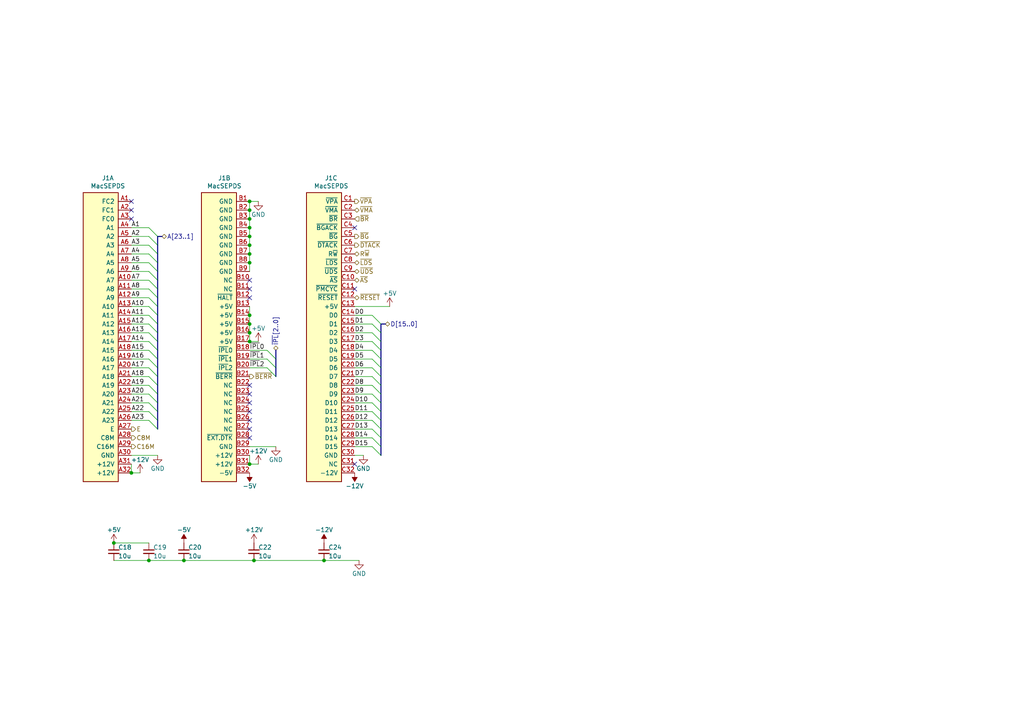
<source format=kicad_sch>
(kicad_sch (version 20211123) (generator eeschema)
  (paper "A4")
  (lib_symbols
    (symbol "Device:C_Small" (pin_numbers hide) (pin_names (offset 0.254) hide)
      (property "Reference" "C" (at 0.254 1.778 0))
      (property "Value" "C_Small" (at 0.254 -2.032 0))
      (symbol "C_Small_0_1"
        (polyline (pts (xy -1.524 -0.508) (xy 1.524 -0.508)) (stroke (width 0.3302)))
        (polyline (pts (xy -1.524 0.508) (xy 1.524 0.508)) (stroke (width 0.3048)))
      )
      (symbol "C_Small_1_1"
        (pin passive line (at 0 2.54 270) (length 2.032) (name "~") (number "1"))
        (pin passive line (at 0 -2.54 90) (length 2.032) (name "~") (number "2"))
      )
    )
    (symbol "GW_Connector:MacSEPDS" (pin_names (offset 1.016))
      (property "Reference" "J" (at 0 45.72 0))
      (property "Value" "MacSEPDS" (at 0 -40.64 0))
      (symbol "MacSEPDS_0_1"
        (rectangle (start 0 44.45) (end -10.16 -39.37) (stroke (width 0.254)) (fill (type background)))
      )
      (symbol "MacSEPDS_1_1"
        (pin unspecified line (at 3.81 41.91 180) (length 3.81) (name "FC2") (number "A1"))
        (pin unspecified line (at 3.81 19.05 180) (length 3.81) (name "A7") (number "A10"))
        (pin unspecified line (at 3.81 16.51 180) (length 3.81) (name "A8") (number "A11"))
        (pin unspecified line (at 3.81 13.97 180) (length 3.81) (name "A9") (number "A12"))
        (pin unspecified line (at 3.81 11.43 180) (length 3.81) (name "A10") (number "A13"))
        (pin unspecified line (at 3.81 8.89 180) (length 3.81) (name "A11") (number "A14"))
        (pin unspecified line (at 3.81 6.35 180) (length 3.81) (name "A12") (number "A15"))
        (pin unspecified line (at 3.81 3.81 180) (length 3.81) (name "A13") (number "A16"))
        (pin unspecified line (at 3.81 1.27 180) (length 3.81) (name "A14") (number "A17"))
        (pin unspecified line (at 3.81 -1.27 180) (length 3.81) (name "A15") (number "A18"))
        (pin unspecified line (at 3.81 -3.81 180) (length 3.81) (name "A16") (number "A19"))
        (pin unspecified line (at 3.81 39.37 180) (length 3.81) (name "FC1") (number "A2"))
        (pin unspecified line (at 3.81 -6.35 180) (length 3.81) (name "A17") (number "A20"))
        (pin unspecified line (at 3.81 -8.89 180) (length 3.81) (name "A18") (number "A21"))
        (pin unspecified line (at 3.81 -11.43 180) (length 3.81) (name "A19") (number "A22"))
        (pin unspecified line (at 3.81 -13.97 180) (length 3.81) (name "A20") (number "A23"))
        (pin unspecified line (at 3.81 -16.51 180) (length 3.81) (name "A21") (number "A24"))
        (pin unspecified line (at 3.81 -19.05 180) (length 3.81) (name "A22") (number "A25"))
        (pin unspecified line (at 3.81 -21.59 180) (length 3.81) (name "A23") (number "A26"))
        (pin unspecified line (at 3.81 -24.13 180) (length 3.81) (name "E") (number "A27"))
        (pin unspecified line (at 3.81 -26.67 180) (length 3.81) (name "C8M") (number "A28"))
        (pin unspecified line (at 3.81 -29.21 180) (length 3.81) (name "C16M") (number "A29"))
        (pin unspecified line (at 3.81 36.83 180) (length 3.81) (name "FC0") (number "A3"))
        (pin unspecified line (at 3.81 -31.75 180) (length 3.81) (name "GND") (number "A30"))
        (pin unspecified line (at 3.81 -34.29 180) (length 3.81) (name "+12V") (number "A31"))
        (pin unspecified line (at 3.81 -36.83 180) (length 3.81) (name "+12V") (number "A32"))
        (pin unspecified line (at 3.81 34.29 180) (length 3.81) (name "A1") (number "A4"))
        (pin unspecified line (at 3.81 31.75 180) (length 3.81) (name "A2") (number "A5"))
        (pin unspecified line (at 3.81 29.21 180) (length 3.81) (name "A3") (number "A6"))
        (pin unspecified line (at 3.81 26.67 180) (length 3.81) (name "A4") (number "A7"))
        (pin unspecified line (at 3.81 24.13 180) (length 3.81) (name "A5") (number "A8"))
        (pin unspecified line (at 3.81 21.59 180) (length 3.81) (name "A6") (number "A9"))
      )
      (symbol "MacSEPDS_2_1"
        (pin unspecified line (at 3.81 41.91 180) (length 3.81) (name "GND") (number "B1"))
        (pin unspecified line (at 3.81 19.05 180) (length 3.81) (name "NC") (number "B10"))
        (pin unspecified line (at 3.81 16.51 180) (length 3.81) (name "NC") (number "B11"))
        (pin unspecified line (at 3.81 13.97 180) (length 3.81) (name "~{HALT}") (number "B12"))
        (pin unspecified line (at 3.81 11.43 180) (length 3.81) (name "+5V") (number "B13"))
        (pin unspecified line (at 3.81 8.89 180) (length 3.81) (name "+5V") (number "B14"))
        (pin unspecified line (at 3.81 6.35 180) (length 3.81) (name "+5V") (number "B15"))
        (pin unspecified line (at 3.81 3.81 180) (length 3.81) (name "+5V") (number "B16"))
        (pin unspecified line (at 3.81 1.27 180) (length 3.81) (name "+5V") (number "B17"))
        (pin unspecified line (at 3.81 -1.27 180) (length 3.81) (name "~{IPL}0") (number "B18"))
        (pin unspecified line (at 3.81 -3.81 180) (length 3.81) (name "~{IPL}1") (number "B19"))
        (pin unspecified line (at 3.81 39.37 180) (length 3.81) (name "GND") (number "B2"))
        (pin unspecified line (at 3.81 -6.35 180) (length 3.81) (name "~{IPL}2") (number "B20"))
        (pin unspecified line (at 3.81 -8.89 180) (length 3.81) (name "~{BERR}") (number "B21"))
        (pin unspecified line (at 3.81 -11.43 180) (length 3.81) (name "NC") (number "B22"))
        (pin unspecified line (at 3.81 -13.97 180) (length 3.81) (name "NC") (number "B23"))
        (pin unspecified line (at 3.81 -16.51 180) (length 3.81) (name "NC") (number "B24"))
        (pin unspecified line (at 3.81 -19.05 180) (length 3.81) (name "NC") (number "B25"))
        (pin unspecified line (at 3.81 -21.59 180) (length 3.81) (name "NC") (number "B26"))
        (pin unspecified line (at 3.81 -24.13 180) (length 3.81) (name "NC") (number "B27"))
        (pin unspecified line (at 3.81 -26.67 180) (length 3.81) (name "~{EXT.DTK}") (number "B28"))
        (pin unspecified line (at 3.81 -29.21 180) (length 3.81) (name "GND") (number "B29"))
        (pin unspecified line (at 3.81 36.83 180) (length 3.81) (name "GND") (number "B3"))
        (pin unspecified line (at 3.81 -31.75 180) (length 3.81) (name "+12V") (number "B30"))
        (pin unspecified line (at 3.81 -34.29 180) (length 3.81) (name "+12V") (number "B31"))
        (pin unspecified line (at 3.81 -36.83 180) (length 3.81) (name "-5V") (number "B32"))
        (pin unspecified line (at 3.81 34.29 180) (length 3.81) (name "GND") (number "B4"))
        (pin unspecified line (at 3.81 31.75 180) (length 3.81) (name "GND") (number "B5"))
        (pin unspecified line (at 3.81 29.21 180) (length 3.81) (name "GND") (number "B6"))
        (pin unspecified line (at 3.81 26.67 180) (length 3.81) (name "GND") (number "B7"))
        (pin unspecified line (at 3.81 24.13 180) (length 3.81) (name "GND") (number "B8"))
        (pin unspecified line (at 3.81 21.59 180) (length 3.81) (name "GND") (number "B9"))
      )
      (symbol "MacSEPDS_3_1"
        (pin unspecified line (at 3.81 41.91 180) (length 3.81) (name "~{VPA}") (number "C1"))
        (pin unspecified line (at 3.81 19.05 180) (length 3.81) (name "~{AS}") (number "C10"))
        (pin unspecified line (at 3.81 16.51 180) (length 3.81) (name "~{PMCYC}") (number "C11"))
        (pin unspecified line (at 3.81 13.97 180) (length 3.81) (name "~{RESET}") (number "C12"))
        (pin unspecified line (at 3.81 11.43 180) (length 3.81) (name "+5V") (number "C13"))
        (pin unspecified line (at 3.81 8.89 180) (length 3.81) (name "D0") (number "C14"))
        (pin unspecified line (at 3.81 6.35 180) (length 3.81) (name "D1") (number "C15"))
        (pin unspecified line (at 3.81 3.81 180) (length 3.81) (name "D2") (number "C16"))
        (pin unspecified line (at 3.81 1.27 180) (length 3.81) (name "D3") (number "C17"))
        (pin unspecified line (at 3.81 -1.27 180) (length 3.81) (name "D4") (number "C18"))
        (pin unspecified line (at 3.81 -3.81 180) (length 3.81) (name "D5") (number "C19"))
        (pin unspecified line (at 3.81 39.37 180) (length 3.81) (name "~{VMA}") (number "C2"))
        (pin unspecified line (at 3.81 -6.35 180) (length 3.81) (name "D6") (number "C20"))
        (pin unspecified line (at 3.81 -8.89 180) (length 3.81) (name "D7") (number "C21"))
        (pin unspecified line (at 3.81 -11.43 180) (length 3.81) (name "D8") (number "C22"))
        (pin unspecified line (at 3.81 -13.97 180) (length 3.81) (name "D9") (number "C23"))
        (pin unspecified line (at 3.81 -16.51 180) (length 3.81) (name "D10") (number "C24"))
        (pin unspecified line (at 3.81 -19.05 180) (length 3.81) (name "D11") (number "C25"))
        (pin unspecified line (at 3.81 -21.59 180) (length 3.81) (name "D12") (number "C26"))
        (pin unspecified line (at 3.81 -24.13 180) (length 3.81) (name "D13") (number "C27"))
        (pin unspecified line (at 3.81 -26.67 180) (length 3.81) (name "D14") (number "C28"))
        (pin unspecified line (at 3.81 -29.21 180) (length 3.81) (name "D15") (number "C29"))
        (pin unspecified line (at 3.81 36.83 180) (length 3.81) (name "~{BR}") (number "C3"))
        (pin unspecified line (at 3.81 -31.75 180) (length 3.81) (name "GND") (number "C30"))
        (pin unspecified line (at 3.81 -34.29 180) (length 3.81) (name "NC") (number "C31"))
        (pin unspecified line (at 3.81 -36.83 180) (length 3.81) (name "-12V") (number "C32"))
        (pin unspecified line (at 3.81 34.29 180) (length 3.81) (name "~{BGACK}") (number "C4"))
        (pin unspecified line (at 3.81 31.75 180) (length 3.81) (name "~{BG}") (number "C5"))
        (pin unspecified line (at 3.81 29.21 180) (length 3.81) (name "~{DTACK}") (number "C6"))
        (pin unspecified line (at 3.81 26.67 180) (length 3.81) (name "R~{W}") (number "C7"))
        (pin unspecified line (at 3.81 24.13 180) (length 3.81) (name "~{LDS}") (number "C8"))
        (pin unspecified line (at 3.81 21.59 180) (length 3.81) (name "~{UDS}") (number "C9"))
      )
    )
    (symbol "power:+12V" (power) (pin_names (offset 0))
      (property "Value" "+12V" (at 0 3.556 0))
      (symbol "+12V_0_1"
        (polyline (pts (xy -0.762 1.27) (xy 0 2.54)))
        (polyline (pts (xy 0 0) (xy 0 2.54)))
        (polyline (pts (xy 0 2.54) (xy 0.762 1.27)))
      )
      (symbol "+12V_1_1"
        (pin power_in line (at 0 0 90) (length 0) hide (name "+12V") (number "1"))
      )
    )
    (symbol "power:+5V" (power) (pin_names (offset 0))
      (property "Value" "+5V" (at 0 3.556 0))
      (symbol "+5V_0_1"
        (polyline (pts (xy -0.762 1.27) (xy 0 2.54)))
        (polyline (pts (xy 0 0) (xy 0 2.54)))
        (polyline (pts (xy 0 2.54) (xy 0.762 1.27)))
      )
      (symbol "+5V_1_1"
        (pin power_in line (at 0 0 90) (length 0) hide (name "+5V") (number "1"))
      )
    )
    (symbol "power:-12V" (power) (pin_names (offset 0))
      (property "Value" "-12V" (at 0 3.81 0))
      (symbol "-12V_0_0"
        (pin power_in line (at 0 0 90) (length 0) hide (name "-12V") (number "1"))
      )
      (symbol "-12V_0_1"
        (polyline (pts (xy 0 0) (xy 0 1.27) (xy 0.762 1.27) (xy 0 2.54) (xy -0.762 1.27) (xy 0 1.27)) (fill (type outline)))
      )
    )
    (symbol "power:-5V" (power) (pin_names (offset 0))
      (property "Value" "-5V" (at 0 3.81 0))
      (symbol "-5V_0_0"
        (pin power_in line (at 0 0 90) (length 0) hide (name "-5V") (number "1"))
      )
      (symbol "-5V_0_1"
        (polyline (pts (xy 0 0) (xy 0 1.27) (xy 0.762 1.27) (xy 0 2.54) (xy -0.762 1.27) (xy 0 1.27)) (fill (type outline)))
      )
    )
    (symbol "power:GND" (power) (pin_names (offset 0))
      (property "Value" "GND" (at 0 -3.81 0))
      (symbol "GND_0_1"
        (polyline (pts (xy 0 0) (xy 0 -1.27) (xy 1.27 -1.27) (xy 0 -2.54) (xy -1.27 -1.27) (xy 0 -1.27)))
      )
      (symbol "GND_1_1"
        (pin power_in line (at 0 0 270) (length 0) hide (name "GND") (number "1"))
      )
    )
  )
  (junction (at 72.39 91.44))
  (junction (at 72.39 58.42))
  (junction (at 72.39 60.96))
  (junction (at 72.39 68.58))
  (junction (at 33.02 157.48))
  (junction (at 72.39 99.06))
  (junction (at 72.39 134.62))
  (junction (at 72.39 93.98))
  (junction (at 93.98 162.56))
  (junction (at 72.39 66.04))
  (junction (at 38.1 137.16))
  (junction (at 73.66 162.56))
  (junction (at 43.18 162.56))
  (junction (at 72.39 63.5))
  (junction (at 53.34 162.56))
  (junction (at 72.39 71.12))
  (junction (at 72.39 73.66))
  (junction (at 72.39 96.52))
  (junction (at 72.39 76.2))
  (no_connect (at 72.39 83.82))
  (no_connect (at 102.87 66.04))
  (no_connect (at 72.39 81.28))
  (no_connect (at 72.39 121.92))
  (no_connect (at 72.39 116.84))
  (no_connect (at 38.1 60.96))
  (no_connect (at 72.39 119.38))
  (no_connect (at 38.1 63.5))
  (no_connect (at 72.39 86.36))
  (no_connect (at 72.39 124.46))
  (no_connect (at 38.1 58.42))
  (no_connect (at 102.87 134.62))
  (no_connect (at 72.39 127))
  (no_connect (at 72.39 111.76))
  (no_connect (at 72.39 114.3))
  (no_connect (at 102.87 83.82))
  (bus_entry (at 43.18 73.66) (size 2.54 2.54))
  (bus_entry (at 77.47 101.6) (size 2.54 2.54))
  (bus_entry (at 107.95 121.92) (size 2.54 2.54))
  (bus_entry (at 77.47 104.14) (size 2.54 2.54))
  (bus_entry (at 107.95 91.44) (size 2.54 2.54))
  (bus_entry (at 107.95 119.38) (size 2.54 2.54))
  (bus_entry (at 107.95 114.3) (size 2.54 2.54))
  (bus_entry (at 43.18 68.58) (size 2.54 2.54))
  (bus_entry (at 43.18 99.06) (size 2.54 2.54))
  (bus_entry (at 107.95 111.76) (size 2.54 2.54))
  (bus_entry (at 107.95 129.54) (size 2.54 2.54))
  (bus_entry (at 43.18 76.2) (size 2.54 2.54))
  (bus_entry (at 43.18 111.76) (size 2.54 2.54))
  (bus_entry (at 43.18 83.82) (size 2.54 2.54))
  (bus_entry (at 43.18 121.92) (size 2.54 2.54))
  (bus_entry (at 107.95 127) (size 2.54 2.54))
  (bus_entry (at 43.18 78.74) (size 2.54 2.54))
  (bus_entry (at 43.18 66.04) (size 2.54 2.54))
  (bus_entry (at 43.18 91.44) (size 2.54 2.54))
  (bus_entry (at 107.95 101.6) (size 2.54 2.54))
  (bus_entry (at 43.18 114.3) (size 2.54 2.54))
  (bus_entry (at 43.18 81.28) (size 2.54 2.54))
  (bus_entry (at 43.18 71.12) (size 2.54 2.54))
  (bus_entry (at 107.95 99.06) (size 2.54 2.54))
  (bus_entry (at 107.95 93.98) (size 2.54 2.54))
  (bus_entry (at 43.18 116.84) (size 2.54 2.54))
  (bus_entry (at 107.95 106.68) (size 2.54 2.54))
  (bus_entry (at 43.18 101.6) (size 2.54 2.54))
  (bus_entry (at 43.18 104.14) (size 2.54 2.54))
  (bus_entry (at 43.18 109.22) (size 2.54 2.54))
  (bus_entry (at 107.95 96.52) (size 2.54 2.54))
  (bus_entry (at 43.18 93.98) (size 2.54 2.54))
  (bus_entry (at 107.95 109.22) (size 2.54 2.54))
  (bus_entry (at 107.95 124.46) (size 2.54 2.54))
  (bus_entry (at 43.18 86.36) (size 2.54 2.54))
  (bus_entry (at 107.95 116.84) (size 2.54 2.54))
  (bus_entry (at 77.47 106.68) (size 2.54 2.54))
  (bus_entry (at 43.18 96.52) (size 2.54 2.54))
  (bus_entry (at 107.95 104.14) (size 2.54 2.54))
  (bus_entry (at 43.18 119.38) (size 2.54 2.54))
  (bus_entry (at 43.18 106.68) (size 2.54 2.54))
  (bus_entry (at 43.18 88.9) (size 2.54 2.54))
  (wire (pts (xy 72.39 106.68) (xy 77.47 106.68)))
  (wire (pts (xy 72.39 68.58) (xy 72.39 66.04)))
  (wire (pts (xy 38.1 109.22) (xy 43.18 109.22)))
  (bus (pts (xy 80.01 101.6) (xy 80.01 104.14)))
  (bus (pts (xy 45.72 68.58) (xy 45.72 71.12)))
  (wire (pts (xy 102.87 116.84) (xy 107.95 116.84)))
  (bus (pts (xy 110.49 109.22) (xy 110.49 111.76)))
  (wire (pts (xy 40.64 137.16) (xy 38.1 137.16)))
  (bus (pts (xy 110.49 106.68) (xy 110.49 109.22)))
  (wire (pts (xy 102.87 99.06) (xy 107.95 99.06)))
  (bus (pts (xy 45.72 86.36) (xy 45.72 88.9)))
  (bus (pts (xy 45.72 121.92) (xy 45.72 124.46)))
  (wire (pts (xy 72.39 93.98) (xy 72.39 96.52)))
  (bus (pts (xy 45.72 111.76) (xy 45.72 114.3)))
  (bus (pts (xy 110.49 129.54) (xy 110.49 132.08)))
  (bus (pts (xy 45.72 71.12) (xy 45.72 73.66)))
  (wire (pts (xy 38.1 78.74) (xy 43.18 78.74)))
  (wire (pts (xy 72.39 66.04) (xy 72.39 63.5)))
  (bus (pts (xy 110.49 111.76) (xy 110.49 114.3)))
  (bus (pts (xy 45.72 76.2) (xy 45.72 78.74)))
  (wire (pts (xy 102.87 106.68) (xy 107.95 106.68)))
  (wire (pts (xy 72.39 60.96) (xy 72.39 58.42)))
  (wire (pts (xy 102.87 91.44) (xy 107.95 91.44)))
  (bus (pts (xy 110.49 114.3) (xy 110.49 116.84)))
  (wire (pts (xy 43.18 162.56) (xy 53.34 162.56)))
  (wire (pts (xy 38.1 106.68) (xy 43.18 106.68)))
  (bus (pts (xy 45.72 73.66) (xy 45.72 76.2)))
  (bus (pts (xy 45.72 114.3) (xy 45.72 116.84)))
  (bus (pts (xy 45.72 109.22) (xy 45.72 111.76)))
  (wire (pts (xy 33.02 157.48) (xy 43.18 157.48)))
  (wire (pts (xy 38.1 73.66) (xy 43.18 73.66)))
  (bus (pts (xy 45.72 96.52) (xy 45.72 99.06)))
  (wire (pts (xy 102.87 109.22) (xy 107.95 109.22)))
  (wire (pts (xy 102.87 93.98) (xy 107.95 93.98)))
  (bus (pts (xy 45.72 78.74) (xy 45.72 81.28)))
  (wire (pts (xy 38.1 114.3) (xy 43.18 114.3)))
  (wire (pts (xy 102.87 111.76) (xy 107.95 111.76)))
  (bus (pts (xy 45.72 101.6) (xy 45.72 104.14)))
  (wire (pts (xy 38.1 101.6) (xy 43.18 101.6)))
  (bus (pts (xy 45.72 68.58) (xy 46.99 68.58)))
  (wire (pts (xy 72.39 71.12) (xy 72.39 68.58)))
  (bus (pts (xy 80.01 109.22) (xy 80.01 106.68)))
  (wire (pts (xy 38.1 66.04) (xy 43.18 66.04)))
  (wire (pts (xy 38.1 121.92) (xy 43.18 121.92)))
  (wire (pts (xy 38.1 76.2) (xy 43.18 76.2)))
  (wire (pts (xy 45.72 132.08) (xy 38.1 132.08)))
  (bus (pts (xy 110.49 96.52) (xy 110.49 99.06)))
  (wire (pts (xy 72.39 78.74) (xy 72.39 76.2)))
  (wire (pts (xy 72.39 63.5) (xy 72.39 60.96)))
  (bus (pts (xy 110.49 99.06) (xy 110.49 101.6)))
  (bus (pts (xy 45.72 99.06) (xy 45.72 101.6)))
  (bus (pts (xy 45.72 119.38) (xy 45.72 121.92)))
  (wire (pts (xy 93.98 162.56) (xy 104.14 162.56)))
  (wire (pts (xy 102.87 88.9) (xy 113.03 88.9)))
  (wire (pts (xy 102.87 132.08) (xy 105.41 132.08)))
  (wire (pts (xy 102.87 124.46) (xy 107.95 124.46)))
  (wire (pts (xy 102.87 96.52) (xy 107.95 96.52)))
  (bus (pts (xy 110.49 119.38) (xy 110.49 121.92)))
  (wire (pts (xy 38.1 119.38) (xy 43.18 119.38)))
  (bus (pts (xy 110.49 127) (xy 110.49 129.54)))
  (wire (pts (xy 102.87 114.3) (xy 107.95 114.3)))
  (wire (pts (xy 102.87 101.6) (xy 107.95 101.6)))
  (bus (pts (xy 45.72 83.82) (xy 45.72 86.36)))
  (bus (pts (xy 110.49 104.14) (xy 110.49 106.68)))
  (wire (pts (xy 102.87 129.54) (xy 107.95 129.54)))
  (wire (pts (xy 72.39 132.08) (xy 72.39 134.62)))
  (wire (pts (xy 38.1 91.44) (xy 43.18 91.44)))
  (bus (pts (xy 45.72 93.98) (xy 45.72 96.52)))
  (wire (pts (xy 102.87 127) (xy 107.95 127)))
  (bus (pts (xy 110.49 124.46) (xy 110.49 127)))
  (wire (pts (xy 72.39 91.44) (xy 72.39 93.98)))
  (wire (pts (xy 38.1 116.84) (xy 43.18 116.84)))
  (wire (pts (xy 102.87 119.38) (xy 107.95 119.38)))
  (wire (pts (xy 38.1 81.28) (xy 43.18 81.28)))
  (wire (pts (xy 72.39 76.2) (xy 72.39 73.66)))
  (bus (pts (xy 45.72 88.9) (xy 45.72 91.44)))
  (wire (pts (xy 72.39 104.14) (xy 77.47 104.14)))
  (bus (pts (xy 110.49 93.98) (xy 111.76 93.98)))
  (wire (pts (xy 38.1 104.14) (xy 43.18 104.14)))
  (wire (pts (xy 72.39 101.6) (xy 77.47 101.6)))
  (wire (pts (xy 38.1 96.52) (xy 43.18 96.52)))
  (wire (pts (xy 38.1 111.76) (xy 43.18 111.76)))
  (bus (pts (xy 110.49 93.98) (xy 110.49 96.52)))
  (wire (pts (xy 72.39 73.66) (xy 72.39 71.12)))
  (wire (pts (xy 33.02 162.56) (xy 43.18 162.56)))
  (bus (pts (xy 45.72 104.14) (xy 45.72 106.68)))
  (wire (pts (xy 74.93 58.42) (xy 72.39 58.42)))
  (wire (pts (xy 38.1 86.36) (xy 43.18 86.36)))
  (bus (pts (xy 45.72 81.28) (xy 45.72 83.82)))
  (wire (pts (xy 38.1 68.58) (xy 43.18 68.58)))
  (wire (pts (xy 102.87 121.92) (xy 107.95 121.92)))
  (wire (pts (xy 80.01 129.54) (xy 72.39 129.54)))
  (bus (pts (xy 110.49 101.6) (xy 110.49 104.14)))
  (wire (pts (xy 72.39 96.52) (xy 72.39 99.06)))
  (wire (pts (xy 38.1 83.82) (xy 43.18 83.82)))
  (wire (pts (xy 38.1 93.98) (xy 43.18 93.98)))
  (wire (pts (xy 53.34 162.56) (xy 73.66 162.56)))
  (bus (pts (xy 110.49 116.84) (xy 110.49 119.38)))
  (wire (pts (xy 72.39 88.9) (xy 72.39 91.44)))
  (bus (pts (xy 45.72 106.68) (xy 45.72 109.22)))
  (wire (pts (xy 102.87 104.14) (xy 107.95 104.14)))
  (wire (pts (xy 38.1 71.12) (xy 43.18 71.12)))
  (bus (pts (xy 45.72 91.44) (xy 45.72 93.98)))
  (bus (pts (xy 80.01 104.14) (xy 80.01 106.68)))
  (bus (pts (xy 45.72 116.84) (xy 45.72 119.38)))
  (wire (pts (xy 74.93 99.06) (xy 72.39 99.06)))
  (wire (pts (xy 74.93 134.62) (xy 72.39 134.62)))
  (wire (pts (xy 38.1 88.9) (xy 43.18 88.9)))
  (wire (pts (xy 73.66 162.56) (xy 93.98 162.56)))
  (bus (pts (xy 110.49 121.92) (xy 110.49 124.46)))
  (wire (pts (xy 38.1 137.16) (xy 38.1 134.62)))
  (wire (pts (xy 38.1 99.06) (xy 43.18 99.06)))
  (label "A21" (at 38.1 116.84 0))
  (label "A3" (at 38.1 71.12 0))
  (label "D12" (at 102.87 121.92 0))
  (label "A11" (at 38.1 91.44 0))
  (label "D7" (at 102.87 109.22 0))
  (label "A15" (at 38.1 101.6 0))
  (label "A20" (at 38.1 114.3 0))
  (label "A16" (at 38.1 104.14 0))
  (label "D9" (at 102.87 114.3 0))
  (label "A23" (at 38.1 121.92 0))
  (label "A18" (at 38.1 109.22 0))
  (label "A7" (at 38.1 81.28 0))
  (label "D2" (at 102.87 96.52 0))
  (label "A4" (at 38.1 73.66 0))
  (label "A8" (at 38.1 83.82 0))
  (label "A22" (at 38.1 119.38 0))
  (label "D6" (at 102.87 106.68 0))
  (label "A17" (at 38.1 106.68 0))
  (label "~{IPL}1" (at 72.39 104.14 0))
  (label "D5" (at 102.87 104.14 0))
  (label "A14" (at 38.1 99.06 0))
  (label "D1" (at 102.87 93.98 0))
  (label "D15" (at 102.87 129.54 0))
  (label "A5" (at 38.1 76.2 0))
  (label "D0" (at 102.87 91.44 0))
  (label "A6" (at 38.1 78.74 0))
  (label "A10" (at 38.1 88.9 0))
  (label "D14" (at 102.87 127 0))
  (label "A9" (at 38.1 86.36 0))
  (label "~{IPL}0" (at 72.39 101.6 0))
  (label "D8" (at 102.87 111.76 0))
  (label "A13" (at 38.1 96.52 0))
  (label "D3" (at 102.87 99.06 0))
  (label "~{IPL}2" (at 72.39 106.68 0))
  (label "D4" (at 102.87 101.6 0))
  (label "D10" (at 102.87 116.84 0))
  (label "A1" (at 38.1 66.04 0))
  (label "A12" (at 38.1 93.98 0))
  (label "D13" (at 102.87 124.46 0))
  (label "A19" (at 38.1 111.76 0))
  (label "D11" (at 102.87 119.38 0))
  (label "A2" (at 38.1 68.58 0))
  (hierarchical_label "E" (shape output) (at 38.1 124.46 0))
  (hierarchical_label "C8M" (shape output) (at 38.1 127 0))
  (hierarchical_label "R~{W}" (shape bidirectional) (at 102.87 73.66 0))
  (hierarchical_label "~{AS}" (shape bidirectional) (at 102.87 81.28 0))
  (hierarchical_label "~{VMA}" (shape bidirectional) (at 102.87 60.96 0))
  (hierarchical_label "~{UDS}" (shape bidirectional) (at 102.87 78.74 0))
  (hierarchical_label "~{IPL}[2..0]" (shape bidirectional) (at 80.01 101.6 90))
  (hierarchical_label "~{RESET}" (shape bidirectional) (at 102.87 86.36 0))
  (hierarchical_label "A[23..1]" (shape bidirectional) (at 46.99 68.58 0))
  (hierarchical_label "C16M" (shape output) (at 38.1 129.54 0))
  (hierarchical_label "D[15..0]" (shape bidirectional) (at 111.76 93.98 0))
  (hierarchical_label "~{BERR}" (shape output) (at 72.39 109.22 0))
  (hierarchical_label "~{DTACK}" (shape output) (at 102.87 71.12 0))
  (hierarchical_label "~{VPA}" (shape output) (at 102.87 58.42 0))
  (hierarchical_label "~{LDS}" (shape bidirectional) (at 102.87 76.2 0))
  (hierarchical_label "~{BG}" (shape output) (at 102.87 68.58 0))
  (hierarchical_label "~{BR}" (shape input) (at 102.87 63.5 0))
  (symbol (lib_id "GW_Connector:MacSEPDS") (at 34.29 100.33 0) (unit 1)
    (property "Reference" "J1" (at 31.2928 51.6382 0))
    (property "Value" "MacSEPDS" (at 31.2928 53.9496 0))
    (property "Footprint" "stdpads:DIN41612_R_3x32_Male_Vertical_THT" (effects hide))
  )
  (symbol (lib_id "GW_Connector:MacSEPDS") (at 68.58 100.33 0) (unit 2)
    (property "Reference" "J1" (at 65.0748 51.6382 0))
    (property "Value" "MacSEPDS" (at 65.0748 53.9496 0))
    (property "Footprint" "stdpads:DIN41612_R_3x32_Male_Vertical_THT" (effects hide))
  )
  (symbol (lib_id "GW_Connector:MacSEPDS") (at 99.06 100.33 0) (unit 3)
    (property "Reference" "J1" (at 96.0628 51.6382 0))
    (property "Value" "MacSEPDS" (at 96.0628 53.9496 0))
    (property "Footprint" "stdpads:DIN41612_R_3x32_Male_Vertical_THT" (effects hide))
  )
  (symbol (lib_id "power:+5V") (at 74.93 99.06 0) (unit 1)
    (property "Reference" "#PWR0143" (effects hide))
    (property "Value" "+5V" (at 74.93 95.25 0))
  )
  (symbol (lib_id "power:GND") (at 74.93 58.42 0) (unit 1)
    (property "Reference" "#PWR0144" (effects hide))
    (property "Value" "GND" (at 74.93 62.23 0))
  )
  (symbol (lib_id "power:GND") (at 105.41 132.08 0) (unit 1)
    (property "Reference" "#PWR0146" (effects hide))
    (property "Value" "GND" (at 105.41 135.89 0))
  )
  (symbol (lib_id "power:GND") (at 45.72 132.08 0) (unit 1)
    (property "Reference" "#PWR0147" (effects hide))
    (property "Value" "GND" (at 45.72 135.89 0))
  )
  (symbol (lib_id "power:+5V") (at 113.03 88.9 0) (unit 1)
    (property "Reference" "#PWR0148" (effects hide))
    (property "Value" "+5V" (at 113.03 85.09 0))
  )
  (symbol (lib_id "power:GND") (at 80.01 129.54 0) (unit 1)
    (property "Reference" "#PWR0149" (effects hide))
    (property "Value" "GND" (at 80.01 133.35 0))
  )
  (symbol (lib_id "Device:C_Small") (at 53.34 160.02 0) (unit 1)
    (property "Reference" "C20" (at 54.61 158.75 0) (effects (justify left)))
    (property "Value" "10u" (at 54.61 161.29 0) (effects (justify left)))
    (property "Footprint" "stdpads:C_0805" (effects hide))
    (property "LCSC Part" "C15850" (effects hide))
  )
  (symbol (lib_id "Device:C_Small") (at 43.18 160.02 0) (unit 1)
    (property "Reference" "C19" (at 44.45 158.75 0) (effects (justify left)))
    (property "Value" "10u" (at 44.45 161.29 0) (effects (justify left)))
    (property "Footprint" "stdpads:C_0805" (effects hide))
    (property "LCSC Part" "C15850" (effects hide))
  )
  (symbol (lib_id "Device:C_Small") (at 73.66 160.02 0) (unit 1)
    (property "Reference" "C22" (at 74.93 158.75 0) (effects (justify left)))
    (property "Value" "10u" (at 74.93 161.29 0) (effects (justify left)))
    (property "Footprint" "stdpads:C_0805" (effects hide))
    (property "LCSC Part" "C15850" (effects hide))
  )
  (symbol (lib_id "Device:C_Small") (at 33.02 160.02 0) (unit 1)
    (property "Reference" "C18" (at 34.29 158.75 0) (effects (justify left)))
    (property "Value" "10u" (at 34.29 161.29 0) (effects (justify left)))
    (property "Footprint" "stdpads:C_0805" (effects hide))
    (property "LCSC Part" "C15850" (effects hide))
  )
  (symbol (lib_id "power:+5V") (at 33.02 157.48 0) (unit 1)
    (property "Reference" "#PWR0151" (effects hide))
    (property "Value" "+5V" (at 33.02 153.67 0))
  )
  (symbol (lib_id "power:+12V") (at 73.66 157.48 0) (unit 1)
    (property "Reference" "#PWR0155" (effects hide))
    (property "Value" "+12V" (at 73.66 153.67 0))
  )
  (symbol (lib_id "power:-12V") (at 93.98 157.48 0) (unit 1)
    (property "Reference" "#PWR0152" (effects hide))
    (property "Value" "-12V" (at 93.98 153.67 0))
  )
  (symbol (lib_id "power:GND") (at 104.14 162.56 0) (mirror y) (unit 1)
    (property "Reference" "#PWR0153" (effects hide))
    (property "Value" "GND" (at 104.14 166.37 0))
  )
  (symbol (lib_id "Device:C_Small") (at 93.98 160.02 0) (unit 1)
    (property "Reference" "C24" (at 95.25 158.75 0) (effects (justify left)))
    (property "Value" "10u" (at 95.25 161.29 0) (effects (justify left)))
    (property "Footprint" "stdpads:C_0805" (effects hide))
    (property "LCSC Part" "C15850" (effects hide))
  )
  (symbol (lib_id "power:-5V") (at 53.34 157.48 0) (unit 1)
    (property "Reference" "#PWR0154" (effects hide))
    (property "Value" "-5V" (at 53.34 153.67 0))
  )
  (symbol (lib_id "power:-5V") (at 72.39 137.16 180) (unit 1)
    (property "Reference" "#PWR0109" (effects hide))
    (property "Value" "-5V" (at 72.39 140.97 0))
  )
  (symbol (lib_id "power:+12V") (at 40.64 137.16 0) (unit 1)
    (property "Reference" "#PWR0110" (effects hide))
    (property "Value" "+12V" (at 40.64 133.35 0))
  )
  (symbol (lib_id "power:+12V") (at 74.93 134.62 0) (unit 1)
    (property "Reference" "#PWR0111" (effects hide))
    (property "Value" "+12V" (at 74.93 130.81 0))
  )
  (symbol (lib_id "power:-12V") (at 102.87 137.16 180) (unit 1)
    (property "Reference" "#PWR0112" (effects hide))
    (property "Value" "-12V" (at 102.87 140.97 0))
  )
)
</source>
